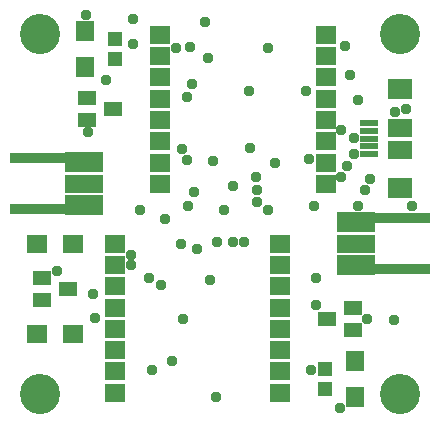
<source format=gbr>
G04 EAGLE Gerber RS-274X export*
G75*
%MOMM*%
%FSLAX34Y34*%
%LPD*%
%INSoldermask Bottom*%
%IPPOS*%
%AMOC8*
5,1,8,0,0,1.08239X$1,22.5*%
G01*
%ADD10C,3.403200*%
%ADD11R,1.703200X1.603200*%
%ADD12R,3.178200X1.603200*%
%ADD13R,3.178200X1.663200*%
%ADD14R,4.903200X0.963200*%
%ADD15R,1.603200X1.803200*%
%ADD16R,1.203200X1.303200*%
%ADD17R,1.803200X1.603200*%
%ADD18R,1.553200X0.603200*%
%ADD19R,2.103200X1.603200*%
%ADD20R,2.103200X1.803200*%
%ADD21R,1.603200X1.203200*%
%ADD22C,0.959600*%


D10*
X25400Y25400D03*
X25400Y330200D03*
X330200Y25400D03*
X330200Y330200D03*
D11*
X228600Y152400D03*
X228600Y134400D03*
X228600Y116400D03*
X228600Y98400D03*
X228600Y80400D03*
X228600Y62400D03*
X228600Y44400D03*
X228600Y26400D03*
X88600Y26400D03*
X88600Y44400D03*
X88600Y62400D03*
X88600Y80400D03*
X88600Y98400D03*
X88600Y116400D03*
X88600Y134400D03*
X88600Y152400D03*
X127000Y203200D03*
X127000Y221200D03*
X127000Y239200D03*
X127000Y257200D03*
X127000Y275200D03*
X127000Y293200D03*
X127000Y311200D03*
X127000Y329200D03*
X267000Y329200D03*
X267000Y311200D03*
X267000Y293200D03*
X267000Y275200D03*
X267000Y257200D03*
X267000Y239200D03*
X267000Y221200D03*
X267000Y203200D03*
D12*
X292670Y152400D03*
D13*
X292920Y134275D03*
X292795Y170525D03*
D14*
X330670Y174025D03*
X330670Y130775D03*
D12*
X62770Y203200D03*
D13*
X62520Y221325D03*
X62645Y185075D03*
D14*
X24770Y181575D03*
X24770Y224825D03*
D15*
X292100Y23100D03*
X292100Y53100D03*
X63500Y332500D03*
X63500Y302500D03*
D16*
X88900Y326000D03*
X88900Y309000D03*
X266700Y29600D03*
X266700Y46600D03*
D17*
X23100Y152400D03*
X53100Y152400D03*
X53100Y76200D03*
X23100Y76200D03*
D18*
X303450Y228300D03*
X303450Y234800D03*
X303450Y241300D03*
X303450Y247800D03*
X303450Y254300D03*
D19*
X330200Y250800D03*
X330200Y231800D03*
D20*
X330200Y283300D03*
X330200Y199300D03*
D21*
X268400Y88900D03*
X290400Y79400D03*
X290400Y98400D03*
X87200Y266700D03*
X65200Y276200D03*
X65200Y257200D03*
X49100Y114300D03*
X27100Y123800D03*
X27100Y104800D03*
D22*
X254508Y45720D03*
X294132Y184404D03*
X326136Y263652D03*
X80772Y291084D03*
X144780Y152400D03*
X169164Y121920D03*
X109728Y181356D03*
X65532Y246888D03*
X340360Y184150D03*
X152400Y318770D03*
X173990Y22860D03*
X325120Y87630D03*
X304800Y207264D03*
X280416Y248412D03*
X217932Y318516D03*
X145288Y232410D03*
X167386Y309880D03*
X39624Y129540D03*
X291084Y228600D03*
X224028Y220980D03*
X252984Y224028D03*
X291084Y242316D03*
X181356Y181356D03*
X120396Y45720D03*
X208534Y208534D03*
X149634Y276860D03*
X149634Y223520D03*
X172085Y222885D03*
X209296Y198120D03*
X153924Y287274D03*
X217932Y181356D03*
X278892Y13716D03*
X284988Y217932D03*
X71628Y89916D03*
X137160Y53340D03*
X188976Y153924D03*
X257556Y184404D03*
X198120Y153924D03*
X280416Y208788D03*
X102108Y134112D03*
X128016Y117348D03*
X158496Y147828D03*
X155448Y196596D03*
X117348Y123444D03*
X102108Y143256D03*
X150876Y184404D03*
X202692Y233172D03*
X300228Y198120D03*
X335280Y266700D03*
X288036Y295656D03*
X202438Y281940D03*
X250444Y281940D03*
X294132Y274320D03*
X131064Y173736D03*
X188976Y200914D03*
X259080Y123444D03*
X259080Y100584D03*
X164592Y339852D03*
X64008Y345948D03*
X103632Y321818D03*
X104394Y342900D03*
X140208Y318516D03*
X70104Y109728D03*
X301752Y88392D03*
X283464Y319786D03*
X208788Y187452D03*
X175260Y153924D03*
X146304Y88392D03*
M02*

</source>
